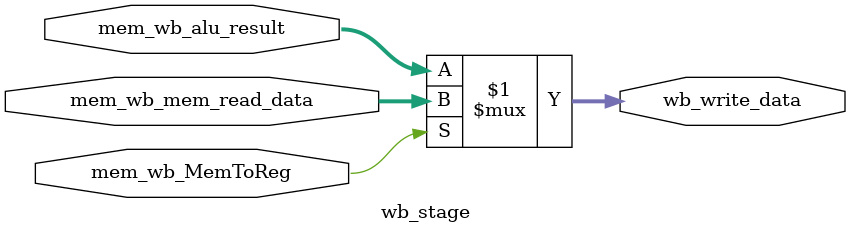
<source format=sv>
/**
 * @file wb_stage.sv
 * @brief RISC-V Writeback (WB) Stage Module
 * 
 * This module implements the Writeback stage of the RISC-V 5-stage pipeline.
 * The WB stage selects the correct data source (ALU result or memory data)
 * and writes it back to the register file.
 * 
 * @details
 * Writeback Stage Responsibilities:
 * - Select data source: ALU result or memory read data
 * - Write data to register file
 * - Complete the instruction execution cycle
 * 
 * Data Source Selection:
 * - MemToReg = 0: Write ALU result to register file (R-type, I-type, U-type, JAL, JALR)
 * - MemToReg = 1: Write memory data to register file (Load instructions: LW, LH, LB, LHU, LBU)
 * 
 * Pipeline Position:
 * - Final stage of the pipeline
 * - Receives data from MEM/WB pipeline register
 * - Writes back to register file (used by ID stage)
 */

module wb_stage #(
    parameter DATA_WIDTH = 32           // Data width (32 bits for RV32I)
) (
    // Inputs from MEM/WB Pipeline Register
    input  logic [DATA_WIDTH-1:0]       mem_wb_alu_result,  // ALU result from EX stage
    input  logic [DATA_WIDTH-1:0]       mem_wb_mem_read_data, // Memory read data from MEM stage
    input  logic                        mem_wb_MemToReg,     // Memory to register select signal
    
    // Output to Register File
    output logic [DATA_WIDTH-1:0]       wb_write_data       // Data to write to register file
);

    /**
     * Writeback Data Selection Multiplexer
     * 
     * Selects between ALU result and memory read data based on MemToReg signal.
     * 
     * MemToReg Control:
     * - 0: Write ALU result (for arithmetic, logic, shift, compare operations)
     * - 1: Write memory data (for load instructions)
     * 
     * Instruction Types:
     * - MemToReg = 0: R-type, I-type immediate, U-type (LUI, AUIPC), JAL, JALR
     * - MemToReg = 1: Load instructions (LW, LH, LB, LHU, LBU)
     */
    assign wb_write_data = mem_wb_MemToReg ? mem_wb_mem_read_data : mem_wb_alu_result;
    
    /**
     * Writeback Stage Behavior Summary:
     * 
     * 1. Data Source Selection:
     *    - MemToReg = 0: ALU result (most instructions)
     *    - MemToReg = 1: Memory data (load instructions)
     * 
     * 2. Register File Write:
     *    - Write occurs in register file module
     *    - Controlled by RegWrite signal (from MEM/WB register)
     *    - Destination register address from MEM/WB register
     * 
     * 3. Pipeline Completion:
     *    - Final stage of pipeline
     *    - Instruction execution completes here
     *    - Result available for subsequent instructions
     * 
     * 4. Timing:
     *    - Combinational operation (no clock required)
     *    - Data available immediately after MEM/WB register update
     *    - Write to register file occurs on clock edge
     */
    
    /**
     * Data Flow Examples:
     * 
     * Example 1: ADD instruction (R-type)
     *   - ALU computes: rs1 + rs2
     *   - MemToReg = 0
     *   - Write-back: ALU result → register file
     * 
     * Example 2: LW instruction (Load)
     *   - ALU computes: rs1 + immediate (address)
     *   - Memory reads: data from computed address
     *   - MemToReg = 1
     *   - Write-back: Memory data → register file
     * 
     * Example 3: ADDI instruction (I-type)
     *   - ALU computes: rs1 + immediate
     *   - MemToReg = 0
     *   - Write-back: ALU result → register file
     * 
     * Example 4: LUI instruction (U-type)
     *   - ALU passes: immediate (upper 20 bits, lower 12 bits zero)
     *   - MemToReg = 0
     *   - Write-back: ALU result → register file
     */
    
    /**
     * Implementation Notes:
     * 
     * 1. Combinational Logic:
     *    - Writeback stage is combinational (no clock)
     *    - Data selection happens immediately
     *    - No pipeline register needed (final stage)
     * 
     * 2. Register File Interface:
     *    - Write data connects to register file write port
     *    - Write enable (RegWrite) and address (rd) from MEM/WB register
     *    - Write occurs synchronously on clock edge
     * 
     * 3. Pipeline Register:
     *    - MEM/WB register stores:
     *      * ALU result
     *      * Memory read data
     *      * MemToReg control signal
     *      * RegWrite control signal
     *      * Destination register address (rd)
     * 
     * 4. Forwarding Support:
     *    - Write-back data can be forwarded to earlier stages
     *    - Forwarding unit uses MEM/WB write data
     *    - Resolves data hazards without stalling
     * 
     * 5. Register x0 Handling:
     *    - Register file ignores writes to x0
     *    - No special handling needed in WB stage
     */

endmodule


</source>
